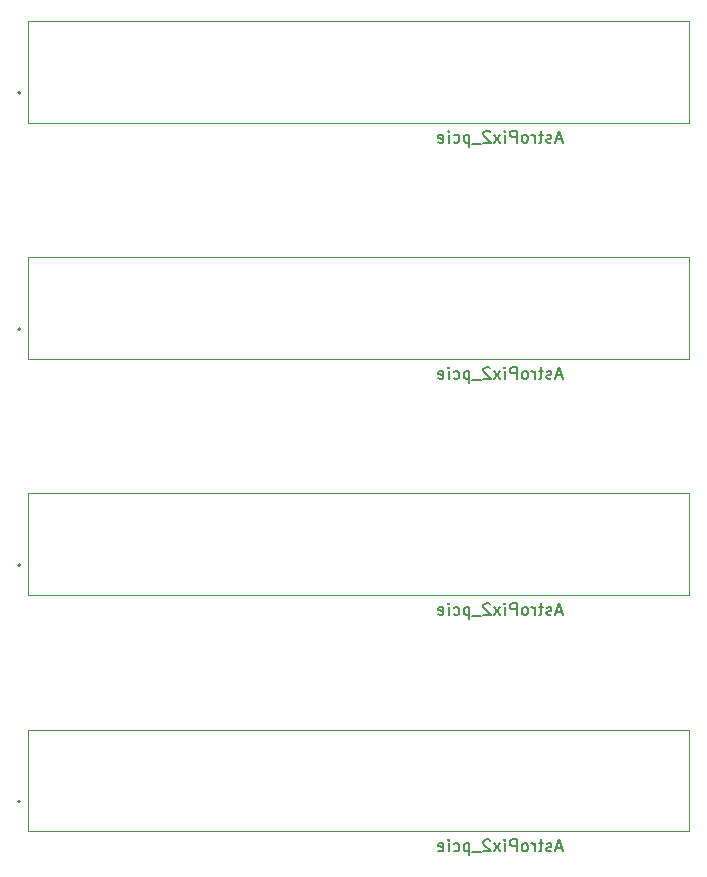
<source format=gbr>
%TF.GenerationSoftware,KiCad,Pcbnew,(6.0.10)*%
%TF.CreationDate,2023-01-27T03:25:04+09:00*%
%TF.ProjectId,AstroPix_telescope,41737472-6f50-4697-985f-74656c657363,1.1*%
%TF.SameCoordinates,Original*%
%TF.FileFunction,AssemblyDrawing,Bot*%
%FSLAX46Y46*%
G04 Gerber Fmt 4.6, Leading zero omitted, Abs format (unit mm)*
G04 Created by KiCad (PCBNEW (6.0.10)) date 2023-01-27 03:25:04*
%MOMM*%
%LPD*%
G01*
G04 APERTURE LIST*
%ADD10C,0.150000*%
%ADD11C,0.100000*%
%ADD12C,0.200000*%
G04 APERTURE END LIST*
D10*
%TO.C,J4*%
X160433095Y-71081666D02*
X159956904Y-71081666D01*
X160528333Y-71367380D02*
X160195000Y-70367380D01*
X159861666Y-71367380D01*
X159575952Y-71319761D02*
X159480714Y-71367380D01*
X159290238Y-71367380D01*
X159195000Y-71319761D01*
X159147380Y-71224523D01*
X159147380Y-71176904D01*
X159195000Y-71081666D01*
X159290238Y-71034047D01*
X159433095Y-71034047D01*
X159528333Y-70986428D01*
X159575952Y-70891190D01*
X159575952Y-70843571D01*
X159528333Y-70748333D01*
X159433095Y-70700714D01*
X159290238Y-70700714D01*
X159195000Y-70748333D01*
X158861666Y-70700714D02*
X158480714Y-70700714D01*
X158718809Y-70367380D02*
X158718809Y-71224523D01*
X158671190Y-71319761D01*
X158575952Y-71367380D01*
X158480714Y-71367380D01*
X158147380Y-71367380D02*
X158147380Y-70700714D01*
X158147380Y-70891190D02*
X158099761Y-70795952D01*
X158052142Y-70748333D01*
X157956904Y-70700714D01*
X157861666Y-70700714D01*
X157385476Y-71367380D02*
X157480714Y-71319761D01*
X157528333Y-71272142D01*
X157575952Y-71176904D01*
X157575952Y-70891190D01*
X157528333Y-70795952D01*
X157480714Y-70748333D01*
X157385476Y-70700714D01*
X157242619Y-70700714D01*
X157147380Y-70748333D01*
X157099761Y-70795952D01*
X157052142Y-70891190D01*
X157052142Y-71176904D01*
X157099761Y-71272142D01*
X157147380Y-71319761D01*
X157242619Y-71367380D01*
X157385476Y-71367380D01*
X156623571Y-71367380D02*
X156623571Y-70367380D01*
X156242619Y-70367380D01*
X156147380Y-70415000D01*
X156099761Y-70462619D01*
X156052142Y-70557857D01*
X156052142Y-70700714D01*
X156099761Y-70795952D01*
X156147380Y-70843571D01*
X156242619Y-70891190D01*
X156623571Y-70891190D01*
X155623571Y-71367380D02*
X155623571Y-70700714D01*
X155623571Y-70367380D02*
X155671190Y-70415000D01*
X155623571Y-70462619D01*
X155575952Y-70415000D01*
X155623571Y-70367380D01*
X155623571Y-70462619D01*
X155242619Y-71367380D02*
X154718809Y-70700714D01*
X155242619Y-70700714D02*
X154718809Y-71367380D01*
X154385476Y-70462619D02*
X154337857Y-70415000D01*
X154242619Y-70367380D01*
X154004523Y-70367380D01*
X153909285Y-70415000D01*
X153861666Y-70462619D01*
X153814047Y-70557857D01*
X153814047Y-70653095D01*
X153861666Y-70795952D01*
X154433095Y-71367380D01*
X153814047Y-71367380D01*
X153623571Y-71462619D02*
X152861666Y-71462619D01*
X152623571Y-70700714D02*
X152623571Y-71700714D01*
X152623571Y-70748333D02*
X152528333Y-70700714D01*
X152337857Y-70700714D01*
X152242619Y-70748333D01*
X152195000Y-70795952D01*
X152147380Y-70891190D01*
X152147380Y-71176904D01*
X152195000Y-71272142D01*
X152242619Y-71319761D01*
X152337857Y-71367380D01*
X152528333Y-71367380D01*
X152623571Y-71319761D01*
X151290238Y-71319761D02*
X151385476Y-71367380D01*
X151575952Y-71367380D01*
X151671190Y-71319761D01*
X151718809Y-71272142D01*
X151766428Y-71176904D01*
X151766428Y-70891190D01*
X151718809Y-70795952D01*
X151671190Y-70748333D01*
X151575952Y-70700714D01*
X151385476Y-70700714D01*
X151290238Y-70748333D01*
X150861666Y-71367380D02*
X150861666Y-70700714D01*
X150861666Y-70367380D02*
X150909285Y-70415000D01*
X150861666Y-70462619D01*
X150814047Y-70415000D01*
X150861666Y-70367380D01*
X150861666Y-70462619D01*
X150004523Y-71319761D02*
X150099761Y-71367380D01*
X150290238Y-71367380D01*
X150385476Y-71319761D01*
X150433095Y-71224523D01*
X150433095Y-70843571D01*
X150385476Y-70748333D01*
X150290238Y-70700714D01*
X150099761Y-70700714D01*
X150004523Y-70748333D01*
X149956904Y-70843571D01*
X149956904Y-70938809D01*
X150433095Y-71034047D01*
%TO.C,J3*%
X160433095Y-91081666D02*
X159956904Y-91081666D01*
X160528333Y-91367380D02*
X160195000Y-90367380D01*
X159861666Y-91367380D01*
X159575952Y-91319761D02*
X159480714Y-91367380D01*
X159290238Y-91367380D01*
X159195000Y-91319761D01*
X159147380Y-91224523D01*
X159147380Y-91176904D01*
X159195000Y-91081666D01*
X159290238Y-91034047D01*
X159433095Y-91034047D01*
X159528333Y-90986428D01*
X159575952Y-90891190D01*
X159575952Y-90843571D01*
X159528333Y-90748333D01*
X159433095Y-90700714D01*
X159290238Y-90700714D01*
X159195000Y-90748333D01*
X158861666Y-90700714D02*
X158480714Y-90700714D01*
X158718809Y-90367380D02*
X158718809Y-91224523D01*
X158671190Y-91319761D01*
X158575952Y-91367380D01*
X158480714Y-91367380D01*
X158147380Y-91367380D02*
X158147380Y-90700714D01*
X158147380Y-90891190D02*
X158099761Y-90795952D01*
X158052142Y-90748333D01*
X157956904Y-90700714D01*
X157861666Y-90700714D01*
X157385476Y-91367380D02*
X157480714Y-91319761D01*
X157528333Y-91272142D01*
X157575952Y-91176904D01*
X157575952Y-90891190D01*
X157528333Y-90795952D01*
X157480714Y-90748333D01*
X157385476Y-90700714D01*
X157242619Y-90700714D01*
X157147380Y-90748333D01*
X157099761Y-90795952D01*
X157052142Y-90891190D01*
X157052142Y-91176904D01*
X157099761Y-91272142D01*
X157147380Y-91319761D01*
X157242619Y-91367380D01*
X157385476Y-91367380D01*
X156623571Y-91367380D02*
X156623571Y-90367380D01*
X156242619Y-90367380D01*
X156147380Y-90415000D01*
X156099761Y-90462619D01*
X156052142Y-90557857D01*
X156052142Y-90700714D01*
X156099761Y-90795952D01*
X156147380Y-90843571D01*
X156242619Y-90891190D01*
X156623571Y-90891190D01*
X155623571Y-91367380D02*
X155623571Y-90700714D01*
X155623571Y-90367380D02*
X155671190Y-90415000D01*
X155623571Y-90462619D01*
X155575952Y-90415000D01*
X155623571Y-90367380D01*
X155623571Y-90462619D01*
X155242619Y-91367380D02*
X154718809Y-90700714D01*
X155242619Y-90700714D02*
X154718809Y-91367380D01*
X154385476Y-90462619D02*
X154337857Y-90415000D01*
X154242619Y-90367380D01*
X154004523Y-90367380D01*
X153909285Y-90415000D01*
X153861666Y-90462619D01*
X153814047Y-90557857D01*
X153814047Y-90653095D01*
X153861666Y-90795952D01*
X154433095Y-91367380D01*
X153814047Y-91367380D01*
X153623571Y-91462619D02*
X152861666Y-91462619D01*
X152623571Y-90700714D02*
X152623571Y-91700714D01*
X152623571Y-90748333D02*
X152528333Y-90700714D01*
X152337857Y-90700714D01*
X152242619Y-90748333D01*
X152195000Y-90795952D01*
X152147380Y-90891190D01*
X152147380Y-91176904D01*
X152195000Y-91272142D01*
X152242619Y-91319761D01*
X152337857Y-91367380D01*
X152528333Y-91367380D01*
X152623571Y-91319761D01*
X151290238Y-91319761D02*
X151385476Y-91367380D01*
X151575952Y-91367380D01*
X151671190Y-91319761D01*
X151718809Y-91272142D01*
X151766428Y-91176904D01*
X151766428Y-90891190D01*
X151718809Y-90795952D01*
X151671190Y-90748333D01*
X151575952Y-90700714D01*
X151385476Y-90700714D01*
X151290238Y-90748333D01*
X150861666Y-91367380D02*
X150861666Y-90700714D01*
X150861666Y-90367380D02*
X150909285Y-90415000D01*
X150861666Y-90462619D01*
X150814047Y-90415000D01*
X150861666Y-90367380D01*
X150861666Y-90462619D01*
X150004523Y-91319761D02*
X150099761Y-91367380D01*
X150290238Y-91367380D01*
X150385476Y-91319761D01*
X150433095Y-91224523D01*
X150433095Y-90843571D01*
X150385476Y-90748333D01*
X150290238Y-90700714D01*
X150099761Y-90700714D01*
X150004523Y-90748333D01*
X149956904Y-90843571D01*
X149956904Y-90938809D01*
X150433095Y-91034047D01*
%TO.C,J1*%
X160433095Y-131081666D02*
X159956904Y-131081666D01*
X160528333Y-131367380D02*
X160195000Y-130367380D01*
X159861666Y-131367380D01*
X159575952Y-131319761D02*
X159480714Y-131367380D01*
X159290238Y-131367380D01*
X159195000Y-131319761D01*
X159147380Y-131224523D01*
X159147380Y-131176904D01*
X159195000Y-131081666D01*
X159290238Y-131034047D01*
X159433095Y-131034047D01*
X159528333Y-130986428D01*
X159575952Y-130891190D01*
X159575952Y-130843571D01*
X159528333Y-130748333D01*
X159433095Y-130700714D01*
X159290238Y-130700714D01*
X159195000Y-130748333D01*
X158861666Y-130700714D02*
X158480714Y-130700714D01*
X158718809Y-130367380D02*
X158718809Y-131224523D01*
X158671190Y-131319761D01*
X158575952Y-131367380D01*
X158480714Y-131367380D01*
X158147380Y-131367380D02*
X158147380Y-130700714D01*
X158147380Y-130891190D02*
X158099761Y-130795952D01*
X158052142Y-130748333D01*
X157956904Y-130700714D01*
X157861666Y-130700714D01*
X157385476Y-131367380D02*
X157480714Y-131319761D01*
X157528333Y-131272142D01*
X157575952Y-131176904D01*
X157575952Y-130891190D01*
X157528333Y-130795952D01*
X157480714Y-130748333D01*
X157385476Y-130700714D01*
X157242619Y-130700714D01*
X157147380Y-130748333D01*
X157099761Y-130795952D01*
X157052142Y-130891190D01*
X157052142Y-131176904D01*
X157099761Y-131272142D01*
X157147380Y-131319761D01*
X157242619Y-131367380D01*
X157385476Y-131367380D01*
X156623571Y-131367380D02*
X156623571Y-130367380D01*
X156242619Y-130367380D01*
X156147380Y-130415000D01*
X156099761Y-130462619D01*
X156052142Y-130557857D01*
X156052142Y-130700714D01*
X156099761Y-130795952D01*
X156147380Y-130843571D01*
X156242619Y-130891190D01*
X156623571Y-130891190D01*
X155623571Y-131367380D02*
X155623571Y-130700714D01*
X155623571Y-130367380D02*
X155671190Y-130415000D01*
X155623571Y-130462619D01*
X155575952Y-130415000D01*
X155623571Y-130367380D01*
X155623571Y-130462619D01*
X155242619Y-131367380D02*
X154718809Y-130700714D01*
X155242619Y-130700714D02*
X154718809Y-131367380D01*
X154385476Y-130462619D02*
X154337857Y-130415000D01*
X154242619Y-130367380D01*
X154004523Y-130367380D01*
X153909285Y-130415000D01*
X153861666Y-130462619D01*
X153814047Y-130557857D01*
X153814047Y-130653095D01*
X153861666Y-130795952D01*
X154433095Y-131367380D01*
X153814047Y-131367380D01*
X153623571Y-131462619D02*
X152861666Y-131462619D01*
X152623571Y-130700714D02*
X152623571Y-131700714D01*
X152623571Y-130748333D02*
X152528333Y-130700714D01*
X152337857Y-130700714D01*
X152242619Y-130748333D01*
X152195000Y-130795952D01*
X152147380Y-130891190D01*
X152147380Y-131176904D01*
X152195000Y-131272142D01*
X152242619Y-131319761D01*
X152337857Y-131367380D01*
X152528333Y-131367380D01*
X152623571Y-131319761D01*
X151290238Y-131319761D02*
X151385476Y-131367380D01*
X151575952Y-131367380D01*
X151671190Y-131319761D01*
X151718809Y-131272142D01*
X151766428Y-131176904D01*
X151766428Y-130891190D01*
X151718809Y-130795952D01*
X151671190Y-130748333D01*
X151575952Y-130700714D01*
X151385476Y-130700714D01*
X151290238Y-130748333D01*
X150861666Y-131367380D02*
X150861666Y-130700714D01*
X150861666Y-130367380D02*
X150909285Y-130415000D01*
X150861666Y-130462619D01*
X150814047Y-130415000D01*
X150861666Y-130367380D01*
X150861666Y-130462619D01*
X150004523Y-131319761D02*
X150099761Y-131367380D01*
X150290238Y-131367380D01*
X150385476Y-131319761D01*
X150433095Y-131224523D01*
X150433095Y-130843571D01*
X150385476Y-130748333D01*
X150290238Y-130700714D01*
X150099761Y-130700714D01*
X150004523Y-130748333D01*
X149956904Y-130843571D01*
X149956904Y-130938809D01*
X150433095Y-131034047D01*
%TO.C,J2*%
X160433095Y-111081666D02*
X159956904Y-111081666D01*
X160528333Y-111367380D02*
X160195000Y-110367380D01*
X159861666Y-111367380D01*
X159575952Y-111319761D02*
X159480714Y-111367380D01*
X159290238Y-111367380D01*
X159195000Y-111319761D01*
X159147380Y-111224523D01*
X159147380Y-111176904D01*
X159195000Y-111081666D01*
X159290238Y-111034047D01*
X159433095Y-111034047D01*
X159528333Y-110986428D01*
X159575952Y-110891190D01*
X159575952Y-110843571D01*
X159528333Y-110748333D01*
X159433095Y-110700714D01*
X159290238Y-110700714D01*
X159195000Y-110748333D01*
X158861666Y-110700714D02*
X158480714Y-110700714D01*
X158718809Y-110367380D02*
X158718809Y-111224523D01*
X158671190Y-111319761D01*
X158575952Y-111367380D01*
X158480714Y-111367380D01*
X158147380Y-111367380D02*
X158147380Y-110700714D01*
X158147380Y-110891190D02*
X158099761Y-110795952D01*
X158052142Y-110748333D01*
X157956904Y-110700714D01*
X157861666Y-110700714D01*
X157385476Y-111367380D02*
X157480714Y-111319761D01*
X157528333Y-111272142D01*
X157575952Y-111176904D01*
X157575952Y-110891190D01*
X157528333Y-110795952D01*
X157480714Y-110748333D01*
X157385476Y-110700714D01*
X157242619Y-110700714D01*
X157147380Y-110748333D01*
X157099761Y-110795952D01*
X157052142Y-110891190D01*
X157052142Y-111176904D01*
X157099761Y-111272142D01*
X157147380Y-111319761D01*
X157242619Y-111367380D01*
X157385476Y-111367380D01*
X156623571Y-111367380D02*
X156623571Y-110367380D01*
X156242619Y-110367380D01*
X156147380Y-110415000D01*
X156099761Y-110462619D01*
X156052142Y-110557857D01*
X156052142Y-110700714D01*
X156099761Y-110795952D01*
X156147380Y-110843571D01*
X156242619Y-110891190D01*
X156623571Y-110891190D01*
X155623571Y-111367380D02*
X155623571Y-110700714D01*
X155623571Y-110367380D02*
X155671190Y-110415000D01*
X155623571Y-110462619D01*
X155575952Y-110415000D01*
X155623571Y-110367380D01*
X155623571Y-110462619D01*
X155242619Y-111367380D02*
X154718809Y-110700714D01*
X155242619Y-110700714D02*
X154718809Y-111367380D01*
X154385476Y-110462619D02*
X154337857Y-110415000D01*
X154242619Y-110367380D01*
X154004523Y-110367380D01*
X153909285Y-110415000D01*
X153861666Y-110462619D01*
X153814047Y-110557857D01*
X153814047Y-110653095D01*
X153861666Y-110795952D01*
X154433095Y-111367380D01*
X153814047Y-111367380D01*
X153623571Y-111462619D02*
X152861666Y-111462619D01*
X152623571Y-110700714D02*
X152623571Y-111700714D01*
X152623571Y-110748333D02*
X152528333Y-110700714D01*
X152337857Y-110700714D01*
X152242619Y-110748333D01*
X152195000Y-110795952D01*
X152147380Y-110891190D01*
X152147380Y-111176904D01*
X152195000Y-111272142D01*
X152242619Y-111319761D01*
X152337857Y-111367380D01*
X152528333Y-111367380D01*
X152623571Y-111319761D01*
X151290238Y-111319761D02*
X151385476Y-111367380D01*
X151575952Y-111367380D01*
X151671190Y-111319761D01*
X151718809Y-111272142D01*
X151766428Y-111176904D01*
X151766428Y-110891190D01*
X151718809Y-110795952D01*
X151671190Y-110748333D01*
X151575952Y-110700714D01*
X151385476Y-110700714D01*
X151290238Y-110748333D01*
X150861666Y-111367380D02*
X150861666Y-110700714D01*
X150861666Y-110367380D02*
X150909285Y-110415000D01*
X150861666Y-110462619D01*
X150814047Y-110415000D01*
X150861666Y-110367380D01*
X150861666Y-110462619D01*
X150004523Y-111319761D02*
X150099761Y-111367380D01*
X150290238Y-111367380D01*
X150385476Y-111319761D01*
X150433095Y-111224523D01*
X150433095Y-110843571D01*
X150385476Y-110748333D01*
X150290238Y-110700714D01*
X150099761Y-110700714D01*
X150004523Y-110748333D01*
X149956904Y-110843571D01*
X149956904Y-110938809D01*
X150433095Y-111034047D01*
D11*
%TO.C,J4*%
X115260000Y-69665000D02*
X171260000Y-69665000D01*
X115260000Y-61065000D02*
X115260000Y-69665000D01*
X171260000Y-69665000D02*
X171260000Y-61065000D01*
X171260000Y-61065000D02*
X115260000Y-61065000D01*
D12*
X114610000Y-67150000D02*
G75*
G03*
X114610000Y-67150000I-100000J0D01*
G01*
D11*
%TO.C,J3*%
X115260000Y-89665000D02*
X171260000Y-89665000D01*
X171260000Y-89665000D02*
X171260000Y-81065000D01*
X115260000Y-81065000D02*
X115260000Y-89665000D01*
X171260000Y-81065000D02*
X115260000Y-81065000D01*
D12*
X114610000Y-87150000D02*
G75*
G03*
X114610000Y-87150000I-100000J0D01*
G01*
D11*
%TO.C,J1*%
X115260000Y-121065000D02*
X115260000Y-129665000D01*
X115260000Y-129665000D02*
X171260000Y-129665000D01*
X171260000Y-121065000D02*
X115260000Y-121065000D01*
X171260000Y-129665000D02*
X171260000Y-121065000D01*
D12*
X114610000Y-127150000D02*
G75*
G03*
X114610000Y-127150000I-100000J0D01*
G01*
D11*
%TO.C,J2*%
X171260000Y-109665000D02*
X171260000Y-101065000D01*
X115260000Y-101065000D02*
X115260000Y-109665000D01*
X115260000Y-109665000D02*
X171260000Y-109665000D01*
X171260000Y-101065000D02*
X115260000Y-101065000D01*
D12*
X114610000Y-107150000D02*
G75*
G03*
X114610000Y-107150000I-100000J0D01*
G01*
%TD*%
M02*

</source>
